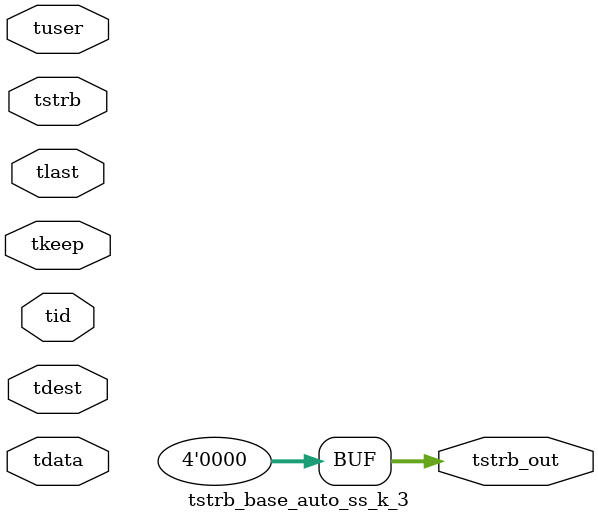
<source format=v>


`timescale 1ps/1ps

module tstrb_base_auto_ss_k_3 #
(
parameter C_S_AXIS_TDATA_WIDTH = 32,
parameter C_S_AXIS_TUSER_WIDTH = 0,
parameter C_S_AXIS_TID_WIDTH   = 0,
parameter C_S_AXIS_TDEST_WIDTH = 0,
parameter C_M_AXIS_TDATA_WIDTH = 32
)
(
input  [(C_S_AXIS_TDATA_WIDTH == 0 ? 1 : C_S_AXIS_TDATA_WIDTH)-1:0     ] tdata,
input  [(C_S_AXIS_TUSER_WIDTH == 0 ? 1 : C_S_AXIS_TUSER_WIDTH)-1:0     ] tuser,
input  [(C_S_AXIS_TID_WIDTH   == 0 ? 1 : C_S_AXIS_TID_WIDTH)-1:0       ] tid,
input  [(C_S_AXIS_TDEST_WIDTH == 0 ? 1 : C_S_AXIS_TDEST_WIDTH)-1:0     ] tdest,
input  [(C_S_AXIS_TDATA_WIDTH/8)-1:0 ] tkeep,
input  [(C_S_AXIS_TDATA_WIDTH/8)-1:0 ] tstrb,
input                                                                    tlast,
output [(C_M_AXIS_TDATA_WIDTH/8)-1:0 ] tstrb_out
);

assign tstrb_out = {1'b0};

endmodule


</source>
